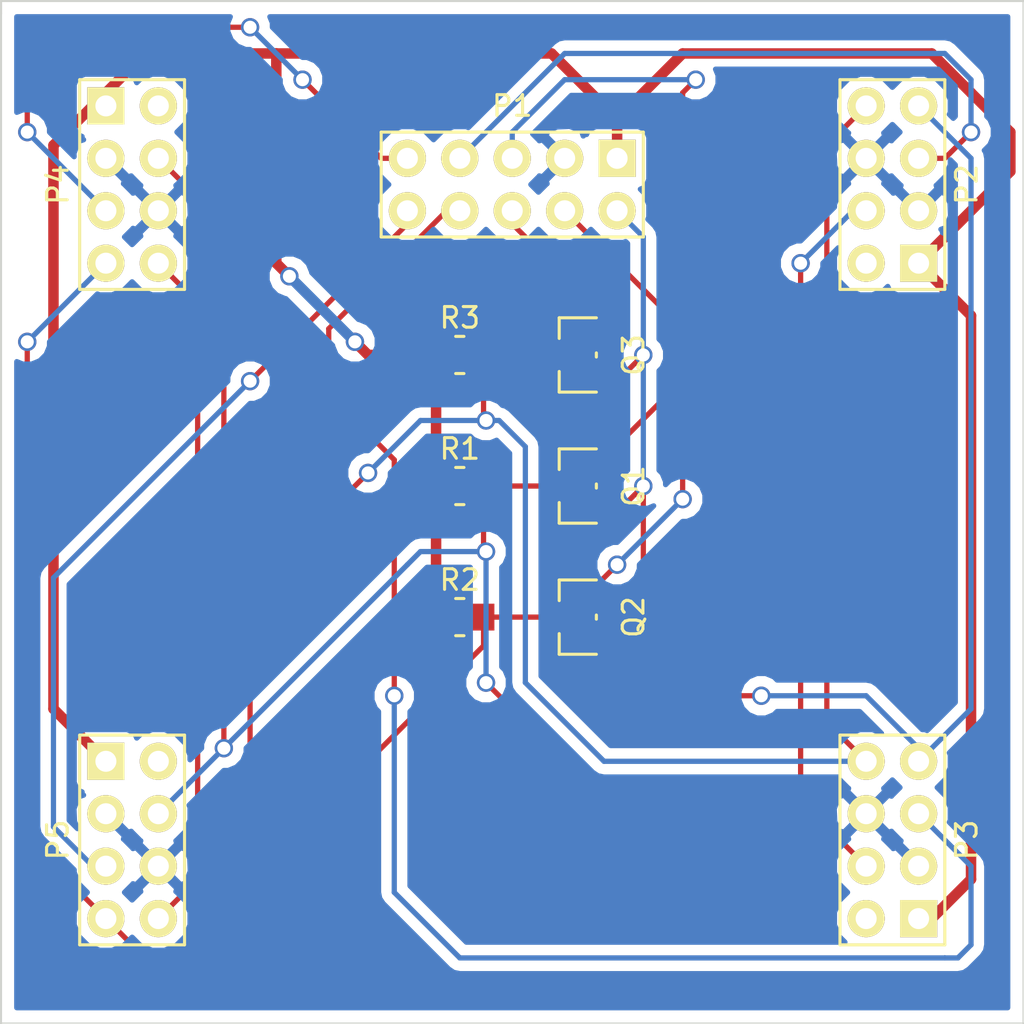
<source format=kicad_pcb>
(kicad_pcb (version 3) (host pcbnew "(22-Jun-2014 BZR 4027)-stable")

  (general
    (links 40)
    (no_connects 0)
    (area 0 0 0 0)
    (thickness 1.6)
    (drawings 5)
    (tracks 157)
    (zones 0)
    (modules 11)
    (nets 14)
  )

  (page A3)
  (layers
    (15 F.Cu signal)
    (0 B.Cu signal)
    (16 B.Adhes user)
    (17 F.Adhes user)
    (18 B.Paste user)
    (19 F.Paste user)
    (20 B.SilkS user)
    (21 F.SilkS user)
    (22 B.Mask user)
    (23 F.Mask user)
    (24 Dwgs.User user)
    (25 Cmts.User user)
    (26 Eco1.User user)
    (27 Eco2.User user)
    (28 Edge.Cuts user)
  )

  (setup
    (last_trace_width 0.254)
    (trace_clearance 0.254)
    (zone_clearance 0.508)
    (zone_45_only no)
    (trace_min 0.254)
    (segment_width 0.2)
    (edge_width 0.1)
    (via_size 0.889)
    (via_drill 0.635)
    (via_min_size 0.889)
    (via_min_drill 0.508)
    (uvia_size 0.508)
    (uvia_drill 0.127)
    (uvias_allowed no)
    (uvia_min_size 0.508)
    (uvia_min_drill 0.127)
    (pcb_text_width 0.3)
    (pcb_text_size 1.5 1.5)
    (mod_edge_width 0.15)
    (mod_text_size 1 1)
    (mod_text_width 0.15)
    (pad_size 1.8 1.8)
    (pad_drill 1.016)
    (pad_to_mask_clearance 0)
    (aux_axis_origin 0 0)
    (visible_elements FFFFFFBF)
    (pcbplotparams
      (layerselection 3178497)
      (usegerberextensions true)
      (excludeedgelayer true)
      (linewidth 0.150000)
      (plotframeref false)
      (viasonmask false)
      (mode 1)
      (useauxorigin false)
      (hpglpennumber 1)
      (hpglpenspeed 20)
      (hpglpendiameter 15)
      (hpglpenoverlay 2)
      (psnegative false)
      (psa4output false)
      (plotreference true)
      (plotvalue true)
      (plotothertext true)
      (plotinvisibletext false)
      (padsonsilk false)
      (subtractmaskfromsilk false)
      (outputformat 1)
      (mirror false)
      (drillshape 1)
      (scaleselection 1)
      (outputdirectory ""))
  )

  (net 0 "")
  (net 1 +3.3V)
  (net 2 +5V)
  (net 3 Clock)
  (net 4 GND)
  (net 5 Load)
  (net 6 N-0000010)
  (net 7 N-0000011)
  (net 8 N-0000012)
  (net 9 N-000005)
  (net 10 N-000006)
  (net 11 N-000007)
  (net 12 N-000009)
  (net 13 NeoPixels)

  (net_class Default "This is the default net class."
    (clearance 0.254)
    (trace_width 0.254)
    (via_dia 0.889)
    (via_drill 0.635)
    (uvia_dia 0.508)
    (uvia_drill 0.127)
    (add_net "")
    (add_net +3.3V)
    (add_net Clock)
    (add_net GND)
    (add_net Load)
    (add_net N-0000010)
    (add_net N-0000011)
    (add_net N-0000012)
    (add_net N-000005)
    (add_net N-000006)
    (add_net N-000007)
    (add_net N-000009)
    (add_net NeoPixels)
  )

  (net_class 5V ""
    (clearance 0.508)
    (trace_width 0.508)
    (via_dia 0.889)
    (via_drill 0.635)
    (uvia_dia 0.508)
    (uvia_drill 0.127)
    (add_net +5V)
  )

  (module SOT-23 (layer F.Cu) (tedit 56C6F57B) (tstamp 57E234AD)
    (at 201.93 123.825 90)
    (path /57E229BF)
    (fp_text reference Q1 (at 0 2.7 90) (layer F.SilkS)
      (effects (font (size 1 1) (thickness 0.15)))
    )
    (fp_text value IRFML8244TRPBF (at 0 -2.5 90) (layer F.SilkS) hide
      (effects (font (size 1 1) (thickness 0.15)))
    )
    (fp_line (start -0.1 0.9) (end 0.1 0.9) (layer F.SilkS) (width 0.15))
    (fp_line (start 1.8 0.9) (end 1.8 -0.9) (layer F.SilkS) (width 0.15))
    (fp_line (start 1.8 -0.9) (end 0.8 -0.9) (layer F.SilkS) (width 0.15))
    (fp_line (start -1.8 0.9) (end -1.8 -0.9) (layer F.SilkS) (width 0.15))
    (fp_line (start -1.8 -0.9) (end -0.8 -0.9) (layer F.SilkS) (width 0.15))
    (pad 1 smd rect (at -0.95 0.885 90) (size 0.802 0.972)
      (layers F.Cu F.Paste F.Mask)
      (net 1 +3.3V)
    )
    (pad 2 smd rect (at 0.95 0.885 90) (size 0.802 0.972)
      (layers F.Cu F.Paste F.Mask)
      (net 10 N-000006)
    )
    (pad 3 smd rect (at 0 -0.885 90) (size 0.802 0.972)
      (layers F.Cu F.Paste F.Mask)
      (net 13 NeoPixels)
    )
  )

  (module SOT-23 (layer F.Cu) (tedit 56C6F57B) (tstamp 57E234B9)
    (at 201.93 130.175 90)
    (path /57E229D8)
    (fp_text reference Q2 (at 0 2.7 90) (layer F.SilkS)
      (effects (font (size 1 1) (thickness 0.15)))
    )
    (fp_text value IRFML8244TRPBF (at 0 -2.5 90) (layer F.SilkS) hide
      (effects (font (size 1 1) (thickness 0.15)))
    )
    (fp_line (start -0.1 0.9) (end 0.1 0.9) (layer F.SilkS) (width 0.15))
    (fp_line (start 1.8 0.9) (end 1.8 -0.9) (layer F.SilkS) (width 0.15))
    (fp_line (start 1.8 -0.9) (end 0.8 -0.9) (layer F.SilkS) (width 0.15))
    (fp_line (start -1.8 0.9) (end -1.8 -0.9) (layer F.SilkS) (width 0.15))
    (fp_line (start -1.8 -0.9) (end -0.8 -0.9) (layer F.SilkS) (width 0.15))
    (pad 1 smd rect (at -0.95 0.885 90) (size 0.802 0.972)
      (layers F.Cu F.Paste F.Mask)
      (net 1 +3.3V)
    )
    (pad 2 smd rect (at 0.95 0.885 90) (size 0.802 0.972)
      (layers F.Cu F.Paste F.Mask)
      (net 9 N-000005)
    )
    (pad 3 smd rect (at 0 -0.885 90) (size 0.802 0.972)
      (layers F.Cu F.Paste F.Mask)
      (net 5 Load)
    )
  )

  (module SOT-23 (layer F.Cu) (tedit 56C6F57B) (tstamp 57E234C5)
    (at 201.93 117.475 90)
    (path /57E22B1A)
    (fp_text reference Q3 (at 0 2.7 90) (layer F.SilkS)
      (effects (font (size 1 1) (thickness 0.15)))
    )
    (fp_text value IRFML8244TRPBF (at 0 -2.5 90) (layer F.SilkS) hide
      (effects (font (size 1 1) (thickness 0.15)))
    )
    (fp_line (start -0.1 0.9) (end 0.1 0.9) (layer F.SilkS) (width 0.15))
    (fp_line (start 1.8 0.9) (end 1.8 -0.9) (layer F.SilkS) (width 0.15))
    (fp_line (start 1.8 -0.9) (end 0.8 -0.9) (layer F.SilkS) (width 0.15))
    (fp_line (start -1.8 0.9) (end -1.8 -0.9) (layer F.SilkS) (width 0.15))
    (fp_line (start -1.8 -0.9) (end -0.8 -0.9) (layer F.SilkS) (width 0.15))
    (pad 1 smd rect (at -0.95 0.885 90) (size 0.802 0.972)
      (layers F.Cu F.Paste F.Mask)
      (net 1 +3.3V)
    )
    (pad 2 smd rect (at 0.95 0.885 90) (size 0.802 0.972)
      (layers F.Cu F.Paste F.Mask)
      (net 11 N-000007)
    )
    (pad 3 smd rect (at 0 -0.885 90) (size 0.802 0.972)
      (layers F.Cu F.Paste F.Mask)
      (net 3 Clock)
    )
  )

  (module Header_4x2 (layer F.Cu) (tedit 57E231C1) (tstamp 57E234E7)
    (at 217.17 109.22 90)
    (tags Header)
    (path /57E11ACB)
    (fp_text reference P2 (at 0 3.6 90) (layer F.SilkS)
      (effects (font (size 1 1) (thickness 0.15)))
    )
    (fp_text value "HEADER_(8_WAY)" (at 0 -3.5 90) (layer F.SilkS) hide
      (effects (font (size 1 1) (thickness 0.15)))
    )
    (fp_line (start -5.08 -2.54) (end 5.08 -2.54) (layer F.SilkS) (width 0.15))
    (fp_line (start 5.08 -2.54) (end 5.08 2.54) (layer F.SilkS) (width 0.15))
    (fp_line (start 5.08 2.54) (end -5.08 2.54) (layer F.SilkS) (width 0.15))
    (fp_line (start -5.08 2.54) (end -5.08 -2.54) (layer F.SilkS) (width 0.15))
    (pad 1 thru_hole rect (at -3.81 1.27 90) (size 1.8 1.8) (drill 1.016)
      (layers *.Cu *.Mask F.SilkS)
      (net 2 +5V)
    )
    (pad 2 thru_hole circle (at -3.81 -1.27 90) (size 1.8 1.8) (drill 1.016)
      (layers *.Cu *.Mask F.SilkS)
    )
    (pad 3 thru_hole circle (at -1.27 1.27 90) (size 1.8 1.8) (drill 1.016)
      (layers *.Cu *.Mask F.SilkS)
      (net 4 GND)
    )
    (pad 4 thru_hole circle (at -1.27 -1.27 90) (size 1.8 1.8) (drill 1.016)
      (layers *.Cu *.Mask F.SilkS)
      (net 13 NeoPixels)
    )
    (pad 5 thru_hole circle (at 1.27 1.27 90) (size 1.8 1.8) (drill 1.016)
      (layers *.Cu *.Mask F.SilkS)
      (net 6 N-0000010)
    )
    (pad 6 thru_hole circle (at 1.27 -1.27 90) (size 1.8 1.8) (drill 1.016)
      (layers *.Cu *.Mask F.SilkS)
      (net 4 GND)
    )
    (pad 7 thru_hole circle (at 3.81 1.27 90) (size 1.8 1.8) (drill 1.016)
      (layers *.Cu *.Mask F.SilkS)
      (net 5 Load)
    )
    (pad 8 thru_hole circle (at 3.81 -1.27 90) (size 1.8 1.8) (drill 1.016)
      (layers *.Cu *.Mask F.SilkS)
      (net 3 Clock)
    )
    (model pin_array/pins_array_4x2.wrl
      (at (xyz 0 0 0))
      (scale (xyz 1 1 1))
      (rotate (xyz 0 0 0))
    )
  )

  (module Header_4x2 (layer F.Cu) (tedit 57E231C1) (tstamp 57E23DF0)
    (at 217.17 140.97 90)
    (tags Header)
    (path /57E11AE4)
    (fp_text reference P3 (at 0 3.6 90) (layer F.SilkS)
      (effects (font (size 1 1) (thickness 0.15)))
    )
    (fp_text value "HEADER_(8_WAY)" (at 0 -3.5 90) (layer F.SilkS) hide
      (effects (font (size 1 1) (thickness 0.15)))
    )
    (fp_line (start -5.08 -2.54) (end 5.08 -2.54) (layer F.SilkS) (width 0.15))
    (fp_line (start 5.08 -2.54) (end 5.08 2.54) (layer F.SilkS) (width 0.15))
    (fp_line (start 5.08 2.54) (end -5.08 2.54) (layer F.SilkS) (width 0.15))
    (fp_line (start -5.08 2.54) (end -5.08 -2.54) (layer F.SilkS) (width 0.15))
    (pad 1 thru_hole rect (at -3.81 1.27 90) (size 1.8 1.8) (drill 1.016)
      (layers *.Cu *.Mask F.SilkS)
      (net 2 +5V)
    )
    (pad 2 thru_hole circle (at -3.81 -1.27 90) (size 1.8 1.8) (drill 1.016)
      (layers *.Cu *.Mask F.SilkS)
    )
    (pad 3 thru_hole circle (at -1.27 1.27 90) (size 1.8 1.8) (drill 1.016)
      (layers *.Cu *.Mask F.SilkS)
      (net 4 GND)
    )
    (pad 4 thru_hole circle (at -1.27 -1.27 90) (size 1.8 1.8) (drill 1.016)
      (layers *.Cu *.Mask F.SilkS)
      (net 13 NeoPixels)
    )
    (pad 5 thru_hole circle (at 1.27 1.27 90) (size 1.8 1.8) (drill 1.016)
      (layers *.Cu *.Mask F.SilkS)
      (net 12 N-000009)
    )
    (pad 6 thru_hole circle (at 1.27 -1.27 90) (size 1.8 1.8) (drill 1.016)
      (layers *.Cu *.Mask F.SilkS)
      (net 4 GND)
    )
    (pad 7 thru_hole circle (at 3.81 1.27 90) (size 1.8 1.8) (drill 1.016)
      (layers *.Cu *.Mask F.SilkS)
      (net 5 Load)
    )
    (pad 8 thru_hole circle (at 3.81 -1.27 90) (size 1.8 1.8) (drill 1.016)
      (layers *.Cu *.Mask F.SilkS)
      (net 3 Clock)
    )
    (model pin_array/pins_array_4x2.wrl
      (at (xyz 0 0 0))
      (scale (xyz 1 1 1))
      (rotate (xyz 0 0 0))
    )
  )

  (module Header_4x2 (layer F.Cu) (tedit 57E231C1) (tstamp 57E23E01)
    (at 180.34 140.97 270)
    (tags Header)
    (path /57E11AFD)
    (fp_text reference P5 (at 0 3.6 270) (layer F.SilkS)
      (effects (font (size 1 1) (thickness 0.15)))
    )
    (fp_text value "HEADER_(8_WAY)" (at 0 -3.5 270) (layer F.SilkS) hide
      (effects (font (size 1 1) (thickness 0.15)))
    )
    (fp_line (start -5.08 -2.54) (end 5.08 -2.54) (layer F.SilkS) (width 0.15))
    (fp_line (start 5.08 -2.54) (end 5.08 2.54) (layer F.SilkS) (width 0.15))
    (fp_line (start 5.08 2.54) (end -5.08 2.54) (layer F.SilkS) (width 0.15))
    (fp_line (start -5.08 2.54) (end -5.08 -2.54) (layer F.SilkS) (width 0.15))
    (pad 1 thru_hole rect (at -3.81 1.27 270) (size 1.8 1.8) (drill 1.016)
      (layers *.Cu *.Mask F.SilkS)
      (net 2 +5V)
    )
    (pad 2 thru_hole circle (at -3.81 -1.27 270) (size 1.8 1.8) (drill 1.016)
      (layers *.Cu *.Mask F.SilkS)
    )
    (pad 3 thru_hole circle (at -1.27 1.27 270) (size 1.8 1.8) (drill 1.016)
      (layers *.Cu *.Mask F.SilkS)
      (net 4 GND)
    )
    (pad 4 thru_hole circle (at -1.27 -1.27 270) (size 1.8 1.8) (drill 1.016)
      (layers *.Cu *.Mask F.SilkS)
      (net 13 NeoPixels)
    )
    (pad 5 thru_hole circle (at 1.27 1.27 270) (size 1.8 1.8) (drill 1.016)
      (layers *.Cu *.Mask F.SilkS)
      (net 8 N-0000012)
    )
    (pad 6 thru_hole circle (at 1.27 -1.27 270) (size 1.8 1.8) (drill 1.016)
      (layers *.Cu *.Mask F.SilkS)
      (net 4 GND)
    )
    (pad 7 thru_hole circle (at 3.81 1.27 270) (size 1.8 1.8) (drill 1.016)
      (layers *.Cu *.Mask F.SilkS)
      (net 5 Load)
    )
    (pad 8 thru_hole circle (at 3.81 -1.27 270) (size 1.8 1.8) (drill 1.016)
      (layers *.Cu *.Mask F.SilkS)
      (net 3 Clock)
    )
    (model pin_array/pins_array_4x2.wrl
      (at (xyz 0 0 0))
      (scale (xyz 1 1 1))
      (rotate (xyz 0 0 0))
    )
  )

  (module Header_4x2 (layer F.Cu) (tedit 57E231C1) (tstamp 57E23517)
    (at 180.34 109.22 270)
    (tags Header)
    (path /57E11B16)
    (fp_text reference P4 (at 0 3.6 270) (layer F.SilkS)
      (effects (font (size 1 1) (thickness 0.15)))
    )
    (fp_text value "HEADER_(8_WAY)" (at 0 -3.5 270) (layer F.SilkS) hide
      (effects (font (size 1 1) (thickness 0.15)))
    )
    (fp_line (start -5.08 -2.54) (end 5.08 -2.54) (layer F.SilkS) (width 0.15))
    (fp_line (start 5.08 -2.54) (end 5.08 2.54) (layer F.SilkS) (width 0.15))
    (fp_line (start 5.08 2.54) (end -5.08 2.54) (layer F.SilkS) (width 0.15))
    (fp_line (start -5.08 2.54) (end -5.08 -2.54) (layer F.SilkS) (width 0.15))
    (pad 1 thru_hole rect (at -3.81 1.27 270) (size 1.8 1.8) (drill 1.016)
      (layers *.Cu *.Mask F.SilkS)
      (net 2 +5V)
    )
    (pad 2 thru_hole circle (at -3.81 -1.27 270) (size 1.8 1.8) (drill 1.016)
      (layers *.Cu *.Mask F.SilkS)
    )
    (pad 3 thru_hole circle (at -1.27 1.27 270) (size 1.8 1.8) (drill 1.016)
      (layers *.Cu *.Mask F.SilkS)
      (net 4 GND)
    )
    (pad 4 thru_hole circle (at -1.27 -1.27 270) (size 1.8 1.8) (drill 1.016)
      (layers *.Cu *.Mask F.SilkS)
      (net 13 NeoPixels)
    )
    (pad 5 thru_hole circle (at 1.27 1.27 270) (size 1.8 1.8) (drill 1.016)
      (layers *.Cu *.Mask F.SilkS)
      (net 7 N-0000011)
    )
    (pad 6 thru_hole circle (at 1.27 -1.27 270) (size 1.8 1.8) (drill 1.016)
      (layers *.Cu *.Mask F.SilkS)
      (net 4 GND)
    )
    (pad 7 thru_hole circle (at 3.81 1.27 270) (size 1.8 1.8) (drill 1.016)
      (layers *.Cu *.Mask F.SilkS)
      (net 5 Load)
    )
    (pad 8 thru_hole circle (at 3.81 -1.27 270) (size 1.8 1.8) (drill 1.016)
      (layers *.Cu *.Mask F.SilkS)
      (net 3 Clock)
    )
    (model pin_array/pins_array_4x2.wrl
      (at (xyz 0 0 0))
      (scale (xyz 1 1 1))
      (rotate (xyz 0 0 0))
    )
  )

  (module 0805 (layer F.Cu) (tedit 56C6F466) (tstamp 57E238D0)
    (at 196.215 123.825 180)
    (path /57E22CAB)
    (attr smd)
    (fp_text reference R1 (at 0 1.8 180) (layer F.SilkS)
      (effects (font (size 1 1) (thickness 0.15)))
    )
    (fp_text value GENERIC_RESISTOR (at 0 -1.8 180) (layer F.SilkS) hide
      (effects (font (size 1 1) (thickness 0.15)))
    )
    (fp_line (start -0.2 0.9) (end 0.2 0.9) (layer F.SilkS) (width 0.15))
    (fp_line (start -0.2 -0.9) (end 0.2 -0.9) (layer F.SilkS) (width 0.15))
    (pad 1 smd rect (at -1.15 0 180) (size 1.05 1.3)
      (layers F.Cu F.Paste F.Mask)
      (net 13 NeoPixels)
    )
    (pad 2 smd rect (at 1.15 0 180) (size 1 1.3)
      (layers F.Cu F.Paste F.Mask)
      (net 2 +5V)
    )
    (model smd/chip_cms.wrl
      (at (xyz 0 0 0))
      (scale (xyz 0.1 0.1 0.1))
      (rotate (xyz 0 0 0))
    )
  )

  (module 0805 (layer F.Cu) (tedit 56C6F466) (tstamp 57E23527)
    (at 196.215 130.175 180)
    (path /57E22D04)
    (attr smd)
    (fp_text reference R2 (at 0 1.8 180) (layer F.SilkS)
      (effects (font (size 1 1) (thickness 0.15)))
    )
    (fp_text value GENERIC_RESISTOR (at 0 -1.8 180) (layer F.SilkS) hide
      (effects (font (size 1 1) (thickness 0.15)))
    )
    (fp_line (start -0.2 0.9) (end 0.2 0.9) (layer F.SilkS) (width 0.15))
    (fp_line (start -0.2 -0.9) (end 0.2 -0.9) (layer F.SilkS) (width 0.15))
    (pad 1 smd rect (at -1.15 0 180) (size 1.05 1.3)
      (layers F.Cu F.Paste F.Mask)
      (net 5 Load)
    )
    (pad 2 smd rect (at 1.15 0 180) (size 1 1.3)
      (layers F.Cu F.Paste F.Mask)
      (net 2 +5V)
    )
    (model smd/chip_cms.wrl
      (at (xyz 0 0 0))
      (scale (xyz 0.1 0.1 0.1))
      (rotate (xyz 0 0 0))
    )
  )

  (module 0805 (layer F.Cu) (tedit 56C6F466) (tstamp 57E238D9)
    (at 196.215 117.475 180)
    (path /57E22D0C)
    (attr smd)
    (fp_text reference R3 (at 0 1.8 180) (layer F.SilkS)
      (effects (font (size 1 1) (thickness 0.15)))
    )
    (fp_text value GENERIC_RESISTOR (at 0 -1.8 180) (layer F.SilkS) hide
      (effects (font (size 1 1) (thickness 0.15)))
    )
    (fp_line (start -0.2 0.9) (end 0.2 0.9) (layer F.SilkS) (width 0.15))
    (fp_line (start -0.2 -0.9) (end 0.2 -0.9) (layer F.SilkS) (width 0.15))
    (pad 1 smd rect (at -1.15 0 180) (size 1.05 1.3)
      (layers F.Cu F.Paste F.Mask)
      (net 3 Clock)
    )
    (pad 2 smd rect (at 1.15 0 180) (size 1 1.3)
      (layers F.Cu F.Paste F.Mask)
      (net 2 +5V)
    )
    (model smd/chip_cms.wrl
      (at (xyz 0 0 0))
      (scale (xyz 0.1 0.1 0.1))
      (rotate (xyz 0 0 0))
    )
  )

  (module Header_5x2 (layer F.Cu) (tedit 57E23271) (tstamp 57E2358A)
    (at 200.025 109.22 180)
    (tags Header)
    (path /57E12194)
    (fp_text reference P1 (at 1.27 3.81 180) (layer F.SilkS)
      (effects (font (size 1 1) (thickness 0.15)))
    )
    (fp_text value HEADER_5X2 (at 1.27 -3.81 180) (layer F.SilkS) hide
      (effects (font (size 1 1) (thickness 0.15)))
    )
    (fp_line (start -5.08 2.54) (end 7.62 2.54) (layer F.SilkS) (width 0.15))
    (fp_line (start -5.08 -2.54) (end 7.62 -2.54) (layer F.SilkS) (width 0.15))
    (fp_line (start 7.62 -2.54) (end 7.62 2.54) (layer F.SilkS) (width 0.15))
    (fp_line (start -5.08 2.54) (end -5.08 -2.54) (layer F.SilkS) (width 0.15))
    (pad 1 thru_hole rect (at -3.81 1.27 180) (size 1.8 1.8) (drill 1.016)
      (layers *.Cu *.Mask F.SilkS)
      (net 2 +5V)
    )
    (pad 2 thru_hole circle (at -3.81 -1.27 180) (size 1.8 1.8) (drill 1.016)
      (layers *.Cu *.Mask F.SilkS)
      (net 1 +3.3V)
    )
    (pad 3 thru_hole circle (at -1.27 1.27 180) (size 1.8 1.8) (drill 1.016)
      (layers *.Cu *.Mask F.SilkS)
      (net 4 GND)
    )
    (pad 4 thru_hole circle (at -1.27 -1.27 180) (size 1.8 1.8) (drill 1.016)
      (layers *.Cu *.Mask F.SilkS)
      (net 10 N-000006)
    )
    (pad 5 thru_hole circle (at 1.27 1.27 180) (size 1.8 1.8) (drill 1.016)
      (layers *.Cu *.Mask F.SilkS)
      (net 9 N-000005)
    )
    (pad 6 thru_hole circle (at 1.27 -1.27 180) (size 1.8 1.8) (drill 1.016)
      (layers *.Cu *.Mask F.SilkS)
      (net 11 N-000007)
    )
    (pad 7 thru_hole circle (at 3.81 1.27 180) (size 1.8 1.8) (drill 1.016)
      (layers *.Cu *.Mask F.SilkS)
      (net 6 N-0000010)
    )
    (pad 8 thru_hole circle (at 3.81 -1.27 180) (size 1.8 1.8) (drill 1.016)
      (layers *.Cu *.Mask F.SilkS)
      (net 12 N-000009)
    )
    (pad 9 thru_hole circle (at 6.35 1.27 180) (size 1.8 1.8) (drill 1.016)
      (layers *.Cu *.Mask F.SilkS)
      (net 7 N-0000011)
    )
    (pad 10 thru_hole circle (at 6.35 -1.27 180) (size 1.8 1.8) (drill 1.016)
      (layers *.Cu *.Mask F.SilkS)
      (net 8 N-0000012)
    )
    (model pin_array/pins_array_4x2.wrl
      (at (xyz 0 0 0))
      (scale (xyz 1 1 1))
      (rotate (xyz 0 0 0))
    )
  )

  (gr_line (start 173.99 100.33) (end 173.99 100.965) (angle 90) (layer Edge.Cuts) (width 0.1))
  (gr_line (start 173.99 149.86) (end 173.99 100.33) (angle 90) (layer Edge.Cuts) (width 0.1))
  (gr_line (start 223.52 149.86) (end 173.99 149.86) (angle 90) (layer Edge.Cuts) (width 0.1))
  (gr_line (start 223.52 100.33) (end 223.52 149.86) (angle 90) (layer Edge.Cuts) (width 0.1))
  (gr_line (start 173.99 100.33) (end 223.52 100.33) (angle 90) (layer Edge.Cuts) (width 0.1))

  (segment (start 202.815 131.125) (end 204.155 131.125) (width 0.254) (layer F.Cu) (net 1))
  (segment (start 205.105 130.175) (end 205.105 123.825) (width 0.254) (layer F.Cu) (net 1) (tstamp 57E24445))
  (segment (start 204.155 131.125) (end 205.105 130.175) (width 0.254) (layer F.Cu) (net 1) (tstamp 57E24442))
  (segment (start 205.105 117.475) (end 205.105 123.825) (width 0.254) (layer B.Cu) (net 1))
  (segment (start 204.155 124.775) (end 202.815 124.775) (width 0.254) (layer F.Cu) (net 1) (tstamp 57E24319))
  (segment (start 205.105 123.825) (end 204.155 124.775) (width 0.254) (layer F.Cu) (net 1) (tstamp 57E24318))
  (via (at 205.105 123.825) (size 0.889) (layers F.Cu B.Cu) (net 1))
  (segment (start 203.835 110.49) (end 205.105 111.76) (width 0.254) (layer B.Cu) (net 1))
  (segment (start 204.155 118.425) (end 202.815 118.425) (width 0.254) (layer F.Cu) (net 1) (tstamp 57E2430A))
  (segment (start 205.105 117.475) (end 204.155 118.425) (width 0.254) (layer F.Cu) (net 1) (tstamp 57E24309))
  (via (at 205.105 117.475) (size 0.889) (layers F.Cu B.Cu) (net 1))
  (segment (start 205.105 111.76) (end 205.105 117.475) (width 0.254) (layer B.Cu) (net 1) (tstamp 57E24303))
  (segment (start 218.44 144.78) (end 219.075 144.78) (width 0.508) (layer F.Cu) (net 2))
  (segment (start 220.98 115.57) (end 218.44 113.03) (width 0.508) (layer F.Cu) (net 2) (tstamp 57E24344))
  (segment (start 220.98 142.875) (end 220.98 115.57) (width 0.508) (layer F.Cu) (net 2) (tstamp 57E24342))
  (segment (start 219.075 144.78) (end 220.98 142.875) (width 0.508) (layer F.Cu) (net 2) (tstamp 57E24340))
  (segment (start 203.835 107.95) (end 203.835 106.045) (width 0.508) (layer F.Cu) (net 2))
  (segment (start 203.835 106.045) (end 207.01 102.87) (width 0.508) (layer F.Cu) (net 2) (tstamp 57E24327))
  (segment (start 222.885 108.585) (end 218.44 113.03) (width 0.508) (layer F.Cu) (net 2) (tstamp 57E24339))
  (segment (start 222.885 106.68) (end 222.885 108.585) (width 0.508) (layer F.Cu) (net 2) (tstamp 57E24337))
  (segment (start 220.98 104.775) (end 222.885 106.68) (width 0.508) (layer F.Cu) (net 2) (tstamp 57E24336))
  (segment (start 219.075 102.87) (end 220.98 104.775) (width 0.508) (layer F.Cu) (net 2) (tstamp 57E2432D))
  (segment (start 207.01 102.87) (end 219.075 102.87) (width 0.508) (layer F.Cu) (net 2) (tstamp 57E2432B))
  (segment (start 195.065 117.475) (end 191.77 117.475) (width 0.508) (layer F.Cu) (net 2))
  (segment (start 187.325 113.03) (end 187.325 102.87) (width 0.508) (layer F.Cu) (net 2) (tstamp 57E242C8))
  (segment (start 187.96 113.665) (end 187.325 113.03) (width 0.508) (layer F.Cu) (net 2) (tstamp 57E242C7))
  (via (at 187.96 113.665) (size 0.889) (layers F.Cu B.Cu) (net 2))
  (segment (start 191.135 116.84) (end 187.96 113.665) (width 0.508) (layer B.Cu) (net 2) (tstamp 57E242C0))
  (via (at 191.135 116.84) (size 0.889) (layers F.Cu B.Cu) (net 2))
  (segment (start 191.77 117.475) (end 191.135 116.84) (width 0.508) (layer F.Cu) (net 2) (tstamp 57E242BC))
  (segment (start 179.07 105.41) (end 179.07 104.775) (width 0.508) (layer F.Cu) (net 2))
  (segment (start 179.07 104.775) (end 180.975 102.87) (width 0.508) (layer F.Cu) (net 2) (tstamp 57E241A2))
  (segment (start 180.975 102.87) (end 187.325 102.87) (width 0.508) (layer F.Cu) (net 2) (tstamp 57E241A4))
  (segment (start 187.325 102.87) (end 200.66 102.87) (width 0.508) (layer F.Cu) (net 2) (tstamp 57E242CD))
  (segment (start 200.66 102.87) (end 203.835 106.045) (width 0.508) (layer F.Cu) (net 2) (tstamp 57E241A5))
  (segment (start 179.07 105.41) (end 178.435 105.41) (width 0.508) (layer F.Cu) (net 2))
  (segment (start 176.53 134.62) (end 179.07 137.16) (width 0.508) (layer F.Cu) (net 2) (tstamp 57E24164))
  (segment (start 176.53 107.315) (end 176.53 134.62) (width 0.508) (layer F.Cu) (net 2) (tstamp 57E24161))
  (segment (start 178.435 105.41) (end 176.53 107.315) (width 0.508) (layer F.Cu) (net 2) (tstamp 57E2415E))
  (segment (start 195.065 123.825) (end 195.065 117.475) (width 0.508) (layer F.Cu) (net 2))
  (segment (start 195.065 130.175) (end 195.065 123.825) (width 0.508) (layer F.Cu) (net 2))
  (segment (start 197.485 120.65) (end 198.12 120.65) (width 0.254) (layer B.Cu) (net 3))
  (segment (start 203.2 137.16) (end 215.9 137.16) (width 0.254) (layer B.Cu) (net 3) (tstamp 57E24544))
  (segment (start 199.39 133.35) (end 203.2 137.16) (width 0.254) (layer B.Cu) (net 3) (tstamp 57E24541))
  (segment (start 199.39 121.92) (end 199.39 133.35) (width 0.254) (layer B.Cu) (net 3) (tstamp 57E24536))
  (segment (start 198.12 120.65) (end 199.39 121.92) (width 0.254) (layer B.Cu) (net 3) (tstamp 57E24533))
  (segment (start 215.9 137.16) (end 213.995 135.255) (width 0.254) (layer F.Cu) (net 3))
  (segment (start 213.995 135.255) (end 213.995 107.315) (width 0.254) (layer F.Cu) (net 3) (tstamp 57E24363))
  (segment (start 213.995 107.315) (end 215.9 105.41) (width 0.254) (layer F.Cu) (net 3) (tstamp 57E24366))
  (segment (start 183.515 142.875) (end 186.055 140.335) (width 0.254) (layer F.Cu) (net 3))
  (segment (start 197.365 120.53) (end 197.365 117.475) (width 0.254) (layer F.Cu) (net 3) (tstamp 57E24263))
  (segment (start 197.485 120.65) (end 197.365 120.53) (width 0.254) (layer F.Cu) (net 3) (tstamp 57E24262))
  (via (at 197.485 120.65) (size 0.889) (layers F.Cu B.Cu) (net 3))
  (segment (start 194.31 120.65) (end 197.485 120.65) (width 0.254) (layer B.Cu) (net 3) (tstamp 57E2425F))
  (segment (start 191.77 123.19) (end 194.31 120.65) (width 0.254) (layer B.Cu) (net 3) (tstamp 57E2425E))
  (via (at 191.77 123.19) (size 0.889) (layers F.Cu B.Cu) (net 3))
  (segment (start 186.055 128.905) (end 191.77 123.19) (width 0.254) (layer F.Cu) (net 3) (tstamp 57E2424E))
  (segment (start 186.055 140.335) (end 186.055 128.905) (width 0.254) (layer F.Cu) (net 3) (tstamp 57E2424A))
  (segment (start 181.61 144.78) (end 183.515 142.875) (width 0.254) (layer F.Cu) (net 3))
  (segment (start 183.515 114.935) (end 181.61 113.03) (width 0.254) (layer F.Cu) (net 3) (tstamp 57E24132))
  (segment (start 183.515 142.875) (end 183.515 114.935) (width 0.254) (layer F.Cu) (net 3) (tstamp 57E2412F))
  (segment (start 197.365 117.475) (end 201.045 117.475) (width 0.254) (layer F.Cu) (net 3))
  (segment (start 201.045 130.175) (end 201.045 133.1) (width 0.254) (layer F.Cu) (net 5))
  (segment (start 218.44 136.525) (end 218.44 137.16) (width 0.254) (layer B.Cu) (net 5) (tstamp 57E24432))
  (segment (start 215.9 133.985) (end 218.44 136.525) (width 0.254) (layer B.Cu) (net 5) (tstamp 57E24431))
  (segment (start 210.82 133.985) (end 215.9 133.985) (width 0.254) (layer B.Cu) (net 5) (tstamp 57E24430))
  (via (at 210.82 133.985) (size 0.889) (layers F.Cu B.Cu) (net 5))
  (segment (start 201.93 133.985) (end 210.82 133.985) (width 0.254) (layer F.Cu) (net 5) (tstamp 57E24429))
  (segment (start 201.045 133.1) (end 201.93 133.985) (width 0.254) (layer F.Cu) (net 5) (tstamp 57E24426))
  (segment (start 218.44 105.41) (end 220.98 107.95) (width 0.254) (layer B.Cu) (net 5))
  (segment (start 220.98 107.95) (end 220.98 134.62) (width 0.254) (layer B.Cu) (net 5) (tstamp 57E243E5))
  (segment (start 220.98 134.62) (end 218.44 137.16) (width 0.254) (layer B.Cu) (net 5) (tstamp 57E243E6))
  (segment (start 179.07 144.78) (end 180.975 146.685) (width 0.254) (layer F.Cu) (net 5))
  (segment (start 197.365 131.565) (end 197.365 130.175) (width 0.254) (layer F.Cu) (net 5) (tstamp 57E2426D))
  (segment (start 182.245 146.685) (end 197.365 131.565) (width 0.254) (layer F.Cu) (net 5) (tstamp 57E2426B))
  (segment (start 180.975 146.685) (end 182.245 146.685) (width 0.254) (layer F.Cu) (net 5) (tstamp 57E24269))
  (segment (start 179.07 113.03) (end 175.26 116.84) (width 0.254) (layer B.Cu) (net 5))
  (segment (start 175.26 140.97) (end 179.07 144.78) (width 0.254) (layer F.Cu) (net 5) (tstamp 57E2417C))
  (segment (start 175.26 137.16) (end 175.26 140.97) (width 0.254) (layer F.Cu) (net 5) (tstamp 57E2417B))
  (segment (start 175.26 116.84) (end 175.26 137.16) (width 0.254) (layer F.Cu) (net 5) (tstamp 57E2417A))
  (via (at 175.26 116.84) (size 0.889) (layers F.Cu B.Cu) (net 5))
  (segment (start 197.365 130.175) (end 201.045 130.175) (width 0.254) (layer F.Cu) (net 5))
  (segment (start 218.44 107.95) (end 219.71 107.95) (width 0.254) (layer F.Cu) (net 6))
  (segment (start 201.295 102.87) (end 196.215 107.95) (width 0.254) (layer B.Cu) (net 6) (tstamp 57E2449B))
  (segment (start 219.71 102.87) (end 201.295 102.87) (width 0.254) (layer B.Cu) (net 6) (tstamp 57E24493))
  (segment (start 220.98 104.14) (end 219.71 102.87) (width 0.254) (layer B.Cu) (net 6) (tstamp 57E24492))
  (segment (start 220.98 106.68) (end 220.98 104.14) (width 0.254) (layer B.Cu) (net 6) (tstamp 57E24491))
  (via (at 220.98 106.68) (size 0.889) (layers F.Cu B.Cu) (net 6))
  (segment (start 219.71 107.95) (end 220.98 106.68) (width 0.254) (layer F.Cu) (net 6) (tstamp 57E24485))
  (segment (start 179.07 110.49) (end 175.26 106.68) (width 0.254) (layer B.Cu) (net 7))
  (segment (start 192.405 107.95) (end 193.675 107.95) (width 0.254) (layer F.Cu) (net 7) (tstamp 57E241CD))
  (segment (start 188.595 104.14) (end 192.405 107.95) (width 0.254) (layer F.Cu) (net 7) (tstamp 57E241CC))
  (via (at 188.595 104.14) (size 0.889) (layers F.Cu B.Cu) (net 7))
  (segment (start 186.055 101.6) (end 188.595 104.14) (width 0.254) (layer B.Cu) (net 7) (tstamp 57E241C9))
  (via (at 186.055 101.6) (size 0.889) (layers F.Cu B.Cu) (net 7))
  (segment (start 179.07 101.6) (end 186.055 101.6) (width 0.254) (layer F.Cu) (net 7) (tstamp 57E241BF))
  (segment (start 175.26 105.41) (end 179.07 101.6) (width 0.254) (layer F.Cu) (net 7) (tstamp 57E241BB))
  (segment (start 175.26 106.68) (end 175.26 105.41) (width 0.254) (layer F.Cu) (net 7) (tstamp 57E241BA))
  (via (at 175.26 106.68) (size 0.889) (layers F.Cu B.Cu) (net 7))
  (segment (start 179.07 142.24) (end 178.435 142.24) (width 0.254) (layer B.Cu) (net 8))
  (segment (start 193.675 111.125) (end 193.675 110.49) (width 0.254) (layer F.Cu) (net 8) (tstamp 57E241F9))
  (segment (start 186.055 118.745) (end 193.675 111.125) (width 0.254) (layer F.Cu) (net 8) (tstamp 57E241F8))
  (via (at 186.055 118.745) (size 0.889) (layers F.Cu B.Cu) (net 8))
  (segment (start 176.53 128.27) (end 186.055 118.745) (width 0.254) (layer B.Cu) (net 8) (tstamp 57E241F4))
  (segment (start 176.53 140.335) (end 176.53 128.27) (width 0.254) (layer B.Cu) (net 8) (tstamp 57E241E9))
  (segment (start 178.435 142.24) (end 176.53 140.335) (width 0.254) (layer B.Cu) (net 8) (tstamp 57E241E5))
  (segment (start 198.755 107.95) (end 198.755 106.68) (width 0.254) (layer B.Cu) (net 9))
  (segment (start 202.815 128.655) (end 202.815 129.225) (width 0.254) (layer F.Cu) (net 9) (tstamp 57E24517))
  (segment (start 203.835 127.635) (end 202.815 128.655) (width 0.254) (layer F.Cu) (net 9) (tstamp 57E24516))
  (via (at 203.835 127.635) (size 0.889) (layers F.Cu B.Cu) (net 9))
  (segment (start 207.01 124.46) (end 203.835 127.635) (width 0.254) (layer B.Cu) (net 9) (tstamp 57E24513))
  (via (at 207.01 124.46) (size 0.889) (layers F.Cu B.Cu) (net 9))
  (segment (start 207.01 104.775) (end 207.01 124.46) (width 0.254) (layer F.Cu) (net 9) (tstamp 57E24509))
  (segment (start 207.645 104.14) (end 207.01 104.775) (width 0.254) (layer F.Cu) (net 9) (tstamp 57E24508))
  (via (at 207.645 104.14) (size 0.889) (layers F.Cu B.Cu) (net 9))
  (segment (start 201.295 104.14) (end 207.645 104.14) (width 0.254) (layer B.Cu) (net 9) (tstamp 57E24504))
  (segment (start 198.755 106.68) (end 201.295 104.14) (width 0.254) (layer B.Cu) (net 9) (tstamp 57E24500))
  (segment (start 201.295 110.49) (end 206.375 115.57) (width 0.254) (layer F.Cu) (net 10))
  (segment (start 206.375 119.315) (end 202.815 122.875) (width 0.254) (layer F.Cu) (net 10) (tstamp 57E242F6))
  (segment (start 206.375 115.57) (end 206.375 119.315) (width 0.254) (layer F.Cu) (net 10) (tstamp 57E242E6))
  (segment (start 198.755 110.49) (end 198.755 111.125) (width 0.254) (layer F.Cu) (net 11))
  (segment (start 202.815 115.185) (end 202.815 116.525) (width 0.254) (layer F.Cu) (net 11) (tstamp 57E242D9))
  (segment (start 198.755 111.125) (end 202.815 115.185) (width 0.254) (layer F.Cu) (net 11) (tstamp 57E242D8))
  (segment (start 196.215 110.49) (end 195.58 110.49) (width 0.254) (layer F.Cu) (net 12))
  (segment (start 195.58 110.49) (end 189.865 116.205) (width 0.254) (layer F.Cu) (net 12) (tstamp 57E244C8))
  (segment (start 189.865 116.205) (end 189.865 119.38) (width 0.254) (layer F.Cu) (net 12) (tstamp 57E244CA))
  (segment (start 189.865 119.38) (end 193.04 122.555) (width 0.254) (layer F.Cu) (net 12) (tstamp 57E244CD))
  (segment (start 193.04 122.555) (end 193.04 133.985) (width 0.254) (layer F.Cu) (net 12) (tstamp 57E244CF))
  (via (at 193.04 133.985) (size 0.889) (layers F.Cu B.Cu) (net 12))
  (segment (start 193.04 133.985) (end 193.04 143.51) (width 0.254) (layer B.Cu) (net 12) (tstamp 57E244D3))
  (segment (start 193.04 143.51) (end 196.215 146.685) (width 0.254) (layer B.Cu) (net 12) (tstamp 57E244D4))
  (segment (start 196.215 146.685) (end 219.71 146.685) (width 0.254) (layer B.Cu) (net 12) (tstamp 57E244DD))
  (segment (start 219.71 146.685) (end 219.71 146.685) (width 0.254) (layer B.Cu) (net 12) (tstamp 57E244E0))
  (segment (start 219.71 146.685) (end 220.345 146.685) (width 0.254) (layer B.Cu) (net 12) (tstamp 57E244E2))
  (segment (start 220.345 146.685) (end 220.98 146.05) (width 0.254) (layer B.Cu) (net 12) (tstamp 57E244E4))
  (segment (start 220.98 146.05) (end 220.98 142.24) (width 0.254) (layer B.Cu) (net 12) (tstamp 57E244E6))
  (segment (start 220.98 142.24) (end 218.44 139.7) (width 0.254) (layer B.Cu) (net 12) (tstamp 57E244E9))
  (segment (start 197.485 127) (end 197.485 133.35) (width 0.254) (layer B.Cu) (net 13))
  (segment (start 203.2 139.065) (end 212.725 139.065) (width 0.254) (layer F.Cu) (net 13) (tstamp 57E2440E))
  (segment (start 197.485 133.35) (end 203.2 139.065) (width 0.254) (layer F.Cu) (net 13) (tstamp 57E2440D))
  (via (at 197.485 133.35) (size 0.889) (layers F.Cu B.Cu) (net 13))
  (segment (start 215.9 142.24) (end 212.725 139.065) (width 0.254) (layer F.Cu) (net 13))
  (segment (start 215.265 110.49) (end 215.9 110.49) (width 0.254) (layer B.Cu) (net 13) (tstamp 57E24397))
  (segment (start 212.725 139.065) (end 212.725 113.03) (width 0.254) (layer F.Cu) (net 13) (tstamp 57E2438C))
  (via (at 212.725 113.03) (size 0.889) (layers F.Cu B.Cu) (net 13))
  (segment (start 212.725 113.03) (end 215.265 110.49) (width 0.254) (layer B.Cu) (net 13) (tstamp 57E24396))
  (segment (start 184.785 136.525) (end 193.675 127.635) (width 0.254) (layer B.Cu) (net 13))
  (segment (start 197.365 126.88) (end 197.365 123.825) (width 0.254) (layer F.Cu) (net 13) (tstamp 57E24294))
  (segment (start 197.485 127) (end 197.365 126.88) (width 0.254) (layer F.Cu) (net 13) (tstamp 57E24293))
  (via (at 197.485 127) (size 0.889) (layers F.Cu B.Cu) (net 13))
  (segment (start 194.31 127) (end 197.485 127) (width 0.254) (layer B.Cu) (net 13) (tstamp 57E2428D))
  (segment (start 193.675 127.635) (end 194.31 127) (width 0.254) (layer B.Cu) (net 13) (tstamp 57E2428A))
  (segment (start 181.61 139.7) (end 184.785 136.525) (width 0.254) (layer B.Cu) (net 13))
  (segment (start 184.785 111.125) (end 181.61 107.95) (width 0.254) (layer F.Cu) (net 13) (tstamp 57E24149))
  (segment (start 184.785 136.525) (end 184.785 111.125) (width 0.254) (layer F.Cu) (net 13) (tstamp 57E24148))
  (via (at 184.785 136.525) (size 0.889) (layers F.Cu B.Cu) (net 13))
  (segment (start 197.365 123.825) (end 201.045 123.825) (width 0.254) (layer F.Cu) (net 13))

  (zone (net 4) (net_name GND) (layer B.Cu) (tstamp 57E2458B) (hatch edge 0.508)
    (connect_pads (clearance 0.508))
    (min_thickness 0.254)
    (fill (arc_segments 16) (thermal_gap 0.508) (thermal_bridge_width 0.508))
    (polygon
      (pts
        (xy 174.625 100.965) (xy 222.885 100.965) (xy 222.885 149.225) (xy 174.625 149.225)
      )
    )
    (filled_polygon
      (pts
        (xy 222.758 149.098) (xy 222.059687 149.098) (xy 222.059687 106.466216) (xy 221.895689 106.069311) (xy 221.742 105.915353)
        (xy 221.742 104.14) (xy 221.683996 103.848395) (xy 221.518815 103.601185) (xy 221.518815 103.601184) (xy 220.248815 102.331185)
        (xy 220.001605 102.166004) (xy 219.71 102.108) (xy 201.295 102.108) (xy 201.003395 102.166004) (xy 200.756184 102.331185)
        (xy 196.627965 106.459404) (xy 196.52167 106.415267) (xy 195.911009 106.414735) (xy 195.346629 106.647932) (xy 194.944677 107.049181)
        (xy 194.545643 106.649449) (xy 193.98167 106.415267) (xy 193.371009 106.414735) (xy 192.806629 106.647932) (xy 192.374449 107.079357)
        (xy 192.140267 107.64333) (xy 192.139735 108.253991) (xy 192.372932 108.818371) (xy 192.774181 109.220322) (xy 192.374449 109.619357)
        (xy 192.140267 110.18333) (xy 192.139735 110.793991) (xy 192.372932 111.358371) (xy 192.804357 111.790551) (xy 193.36833 112.024733)
        (xy 193.978991 112.025265) (xy 194.543371 111.792068) (xy 194.945322 111.390818) (xy 195.344357 111.790551) (xy 195.90833 112.024733)
        (xy 196.518991 112.025265) (xy 197.083371 111.792068) (xy 197.485322 111.390818) (xy 197.884357 111.790551) (xy 198.44833 112.024733)
        (xy 199.058991 112.025265) (xy 199.623371 111.792068) (xy 200.025322 111.390818) (xy 200.424357 111.790551) (xy 200.98833 112.024733)
        (xy 201.598991 112.025265) (xy 202.163371 111.792068) (xy 202.565322 111.390818) (xy 202.964357 111.790551) (xy 203.52833 112.024733)
        (xy 204.138991 112.025265) (xy 204.247711 111.980342) (xy 204.343 112.07563) (xy 204.343 116.710358) (xy 204.190378 116.862714)
        (xy 204.025687 117.259332) (xy 204.025313 117.688784) (xy 204.189311 118.085689) (xy 204.343 118.239646) (xy 204.343 123.060358)
        (xy 204.190378 123.212714) (xy 204.025687 123.609332) (xy 204.025313 124.038784) (xy 204.189311 124.435689) (xy 204.492714 124.739622)
        (xy 204.889332 124.904313) (xy 205.318784 124.904687) (xy 205.60661 124.785759) (xy 203.836869 126.5555) (xy 203.621216 126.555313)
        (xy 203.224311 126.719311) (xy 202.920378 127.022714) (xy 202.755687 127.419332) (xy 202.755313 127.848784) (xy 202.919311 128.245689)
        (xy 203.222714 128.549622) (xy 203.619332 128.714313) (xy 204.048784 128.714687) (xy 204.445689 128.550689) (xy 204.749622 128.247286)
        (xy 204.914313 127.850668) (xy 204.914502 127.633127) (xy 207.00813 125.539499) (xy 207.223784 125.539687) (xy 207.620689 125.375689)
        (xy 207.924622 125.072286) (xy 208.089313 124.675668) (xy 208.089687 124.246216) (xy 207.925689 123.849311) (xy 207.622286 123.545378)
        (xy 207.225668 123.380687) (xy 206.796216 123.380313) (xy 206.399311 123.544311) (xy 206.184558 123.758688) (xy 206.184687 123.611216)
        (xy 206.020689 123.214311) (xy 205.867 123.060353) (xy 205.867 118.239641) (xy 206.019622 118.087286) (xy 206.184313 117.690668)
        (xy 206.184687 117.261216) (xy 206.020689 116.864311) (xy 205.867 116.710353) (xy 205.867 111.76) (xy 205.808996 111.468395)
        (xy 205.643815 111.221185) (xy 205.643815 111.221184) (xy 205.325595 110.902964) (xy 205.369733 110.79667) (xy 205.370265 110.186009)
        (xy 205.137068 109.621629) (xy 204.959895 109.444146) (xy 205.094229 109.388641) (xy 205.273013 109.210168) (xy 205.369889 108.976864)
        (xy 205.37011 108.724245) (xy 205.37011 106.924245) (xy 205.273641 106.690771) (xy 205.095168 106.511987) (xy 204.861864 106.415111)
        (xy 204.609245 106.41489) (xy 202.809245 106.41489) (xy 202.575771 106.511359) (xy 202.396987 106.689832) (xy 202.352293 106.797465)
        (xy 202.31011 106.755282) (xy 202.195553 106.869838) (xy 202.109147 106.613357) (xy 201.535663 106.403543) (xy 200.92554 106.429162)
        (xy 200.480853 106.613357) (xy 200.394446 106.869841) (xy 201.295 107.770395) (xy 201.309142 107.756252) (xy 201.488747 107.935857)
        (xy 201.474605 107.95) (xy 201.488747 107.964142) (xy 201.309142 108.143747) (xy 201.295 108.129605) (xy 200.394446 109.030159)
        (xy 200.445035 109.180326) (xy 200.426629 109.187932) (xy 200.024677 109.589181) (xy 199.655818 109.219677) (xy 200.055551 108.820643)
        (xy 200.064203 108.799805) (xy 200.214841 108.850554) (xy 201.115395 107.95) (xy 200.214841 107.049446) (xy 200.064673 107.100035)
        (xy 200.057068 107.081629) (xy 199.744308 106.768321) (xy 201.61063 104.902) (xy 206.880358 104.902) (xy 207.032714 105.054622)
        (xy 207.429332 105.219313) (xy 207.858784 105.219687) (xy 208.255689 105.055689) (xy 208.559622 104.752286) (xy 208.724313 104.355668)
        (xy 208.724687 103.926216) (xy 208.603119 103.632) (xy 219.394369 103.632) (xy 220.218 104.45563) (xy 220.218 105.915358)
        (xy 220.120409 106.012778) (xy 219.930595 105.822965) (xy 219.974733 105.71667) (xy 219.975265 105.106009) (xy 219.742068 104.541629)
        (xy 219.310643 104.109449) (xy 218.74667 103.875267) (xy 218.136009 103.874735) (xy 217.571629 104.107932) (xy 217.169677 104.509181)
        (xy 216.770643 104.109449) (xy 216.20667 103.875267) (xy 215.596009 103.874735) (xy 215.031629 104.107932) (xy 214.599449 104.539357)
        (xy 214.365267 105.10333) (xy 214.364735 105.713991) (xy 214.597932 106.278371) (xy 215.029357 106.710551) (xy 215.050194 106.719203)
        (xy 214.999446 106.869841) (xy 215.9 107.770395) (xy 216.800554 106.869841) (xy 216.749964 106.719673) (xy 216.768371 106.712068)
        (xy 217.170322 106.310818) (xy 217.539181 106.680322) (xy 217.139449 107.079357) (xy 217.130796 107.100194) (xy 216.980159 107.049446)
        (xy 216.079605 107.95) (xy 216.980159 108.850554) (xy 217.130326 108.799964) (xy 217.137932 108.818371) (xy 217.569357 109.250551)
        (xy 217.590194 109.259203) (xy 217.539446 109.409841) (xy 218.44 110.310395) (xy 219.340554 109.409841) (xy 219.289964 109.259673)
        (xy 219.308371 109.252068) (xy 219.740551 108.820643) (xy 219.974733 108.25667) (xy 219.974936 108.022567) (xy 220.218 108.26563)
        (xy 220.218 134.304369) (xy 219.986457 134.535912) (xy 219.986457 110.730663) (xy 219.960838 110.12054) (xy 219.776643 109.675853)
        (xy 219.520159 109.589446) (xy 218.619605 110.49) (xy 218.633747 110.504142) (xy 218.454142 110.683747) (xy 218.44 110.669605)
        (xy 218.425857 110.683747) (xy 218.246252 110.504142) (xy 218.260395 110.49) (xy 217.359841 109.589446) (xy 217.209673 109.640035)
        (xy 217.202068 109.621629) (xy 216.770643 109.189449) (xy 216.749805 109.180796) (xy 216.800554 109.030159) (xy 215.9 108.129605)
        (xy 215.720395 108.30921) (xy 215.720395 107.95) (xy 214.819841 107.049446) (xy 214.563357 107.135853) (xy 214.353543 107.709337)
        (xy 214.379162 108.31946) (xy 214.563357 108.764147) (xy 214.819841 108.850554) (xy 215.720395 107.95) (xy 215.720395 108.30921)
        (xy 214.999446 109.030159) (xy 215.050035 109.180326) (xy 215.031629 109.187932) (xy 214.599449 109.619357) (xy 214.365267 110.18333)
        (xy 214.365154 110.312214) (xy 212.726868 111.9505) (xy 212.511216 111.950313) (xy 212.114311 112.114311) (xy 211.810378 112.417714)
        (xy 211.645687 112.814332) (xy 211.645313 113.243784) (xy 211.809311 113.640689) (xy 212.112714 113.944622) (xy 212.509332 114.109313)
        (xy 212.938784 114.109687) (xy 213.335689 113.945689) (xy 213.639622 113.642286) (xy 213.804313 113.245668) (xy 213.804502 113.028127)
        (xy 214.547026 112.285603) (xy 214.365267 112.72333) (xy 214.364735 113.333991) (xy 214.597932 113.898371) (xy 215.029357 114.330551)
        (xy 215.59333 114.564733) (xy 216.203991 114.565265) (xy 216.768371 114.332068) (xy 216.945853 114.154895) (xy 217.001359 114.289229)
        (xy 217.179832 114.468013) (xy 217.413136 114.564889) (xy 217.665755 114.56511) (xy 219.465755 114.56511) (xy 219.699229 114.468641)
        (xy 219.878013 114.290168) (xy 219.974889 114.056864) (xy 219.97511 113.804245) (xy 219.97511 112.004245) (xy 219.878641 111.770771)
        (xy 219.700168 111.591987) (xy 219.592534 111.547293) (xy 219.634718 111.50511) (xy 219.520161 111.390553) (xy 219.776643 111.304147)
        (xy 219.986457 110.730663) (xy 219.986457 134.535912) (xy 219.97511 134.547259) (xy 218.852965 135.669404) (xy 218.74667 135.625267)
        (xy 218.617785 135.625154) (xy 216.438815 133.446185) (xy 216.191605 133.281004) (xy 215.9 133.223) (xy 211.584641 133.223)
        (xy 211.432286 133.070378) (xy 211.035668 132.905687) (xy 210.606216 132.905313) (xy 210.209311 133.069311) (xy 209.905378 133.372714)
        (xy 209.740687 133.769332) (xy 209.740313 134.198784) (xy 209.904311 134.595689) (xy 210.207714 134.899622) (xy 210.604332 135.064313)
        (xy 211.033784 135.064687) (xy 211.430689 134.900689) (xy 211.584646 134.747) (xy 215.584369 134.747) (xy 216.644396 135.807026)
        (xy 216.20667 135.625267) (xy 215.596009 135.624735) (xy 215.031629 135.857932) (xy 214.599449 136.289357) (xy 214.554336 136.398)
        (xy 203.51563 136.398) (xy 200.152 133.034369) (xy 200.152 121.92) (xy 200.093996 121.628395) (xy 199.928815 121.381185)
        (xy 199.928815 121.381184) (xy 198.658815 120.111185) (xy 198.411605 119.946004) (xy 198.281762 119.920176) (xy 198.097286 119.735378)
        (xy 197.700668 119.570687) (xy 197.271216 119.570313) (xy 196.874311 119.734311) (xy 196.720353 119.888) (xy 194.31 119.888)
        (xy 194.018395 119.946004) (xy 193.771184 120.111185) (xy 192.214687 121.667681) (xy 192.214687 116.626216) (xy 192.050689 116.229311)
        (xy 191.747286 115.925378) (xy 191.350668 115.760687) (xy 191.31289 115.760654) (xy 189.039655 113.487419) (xy 189.039687 113.451216)
        (xy 188.875689 113.054311) (xy 188.572286 112.750378) (xy 188.175668 112.585687) (xy 187.746216 112.585313) (xy 187.349311 112.749311)
        (xy 187.045378 113.052714) (xy 186.880687 113.449332) (xy 186.880313 113.878784) (xy 187.044311 114.275689) (xy 187.347714 114.579622)
        (xy 187.744332 114.744313) (xy 187.782109 114.744345) (xy 190.055344 117.01758) (xy 190.055313 117.053784) (xy 190.219311 117.450689)
        (xy 190.522714 117.754622) (xy 190.919332 117.919313) (xy 191.348784 117.919687) (xy 191.745689 117.755689) (xy 192.049622 117.452286)
        (xy 192.214313 117.055668) (xy 192.214687 116.626216) (xy 192.214687 121.667681) (xy 191.771868 122.1105) (xy 191.556216 122.110313)
        (xy 191.159311 122.274311) (xy 190.855378 122.577714) (xy 190.690687 122.974332) (xy 190.690313 123.403784) (xy 190.854311 123.800689)
        (xy 191.157714 124.104622) (xy 191.554332 124.269313) (xy 191.983784 124.269687) (xy 192.380689 124.105689) (xy 192.684622 123.802286)
        (xy 192.849313 123.405668) (xy 192.849502 123.188127) (xy 194.62563 121.412) (xy 196.720358 121.412) (xy 196.872714 121.564622)
        (xy 197.269332 121.729313) (xy 197.698784 121.729687) (xy 197.998299 121.605929) (xy 198.628 122.23563) (xy 198.628 133.35)
        (xy 198.686004 133.641605) (xy 198.851185 133.888815) (xy 202.661184 137.698815) (xy 202.661185 137.698815) (xy 202.908395 137.863996)
        (xy 203.2 137.922) (xy 214.55398 137.922) (xy 214.597932 138.028371) (xy 215.029357 138.460551) (xy 215.050194 138.469203)
        (xy 214.999446 138.619841) (xy 215.9 139.520395) (xy 216.800554 138.619841) (xy 216.749964 138.469673) (xy 216.768371 138.462068)
        (xy 217.170322 138.060818) (xy 217.539181 138.430322) (xy 217.139449 138.829357) (xy 217.130796 138.850194) (xy 216.980159 138.799446)
        (xy 216.079605 139.7) (xy 216.980159 140.600554) (xy 217.130326 140.549964) (xy 217.137932 140.568371) (xy 217.569357 141.000551)
        (xy 217.590194 141.009203) (xy 217.539446 141.159841) (xy 218.44 142.060395) (xy 218.454142 142.046252) (xy 218.633747 142.225857)
        (xy 218.619605 142.24) (xy 218.633747 142.254142) (xy 218.454142 142.433747) (xy 218.44 142.419605) (xy 218.425857 142.433747)
        (xy 218.246252 142.254142) (xy 218.260395 142.24) (xy 217.359841 141.339446) (xy 217.209673 141.390035) (xy 217.202068 141.371629)
        (xy 216.770643 140.939449) (xy 216.749805 140.930796) (xy 216.800554 140.780159) (xy 215.9 139.879605) (xy 215.720395 140.05921)
        (xy 215.720395 139.7) (xy 214.819841 138.799446) (xy 214.563357 138.885853) (xy 214.353543 139.459337) (xy 214.379162 140.06946)
        (xy 214.563357 140.514147) (xy 214.819841 140.600554) (xy 215.720395 139.7) (xy 215.720395 140.05921) (xy 214.999446 140.780159)
        (xy 215.050035 140.930326) (xy 215.031629 140.937932) (xy 214.599449 141.369357) (xy 214.365267 141.93333) (xy 214.364735 142.543991)
        (xy 214.597932 143.108371) (xy 214.999181 143.510322) (xy 214.599449 143.909357) (xy 214.365267 144.47333) (xy 214.364735 145.083991)
        (xy 214.597932 145.648371) (xy 214.872081 145.923) (xy 198.564687 145.923) (xy 198.564687 133.136216) (xy 198.400689 132.739311)
        (xy 198.247 132.585353) (xy 198.247 127.764641) (xy 198.399622 127.612286) (xy 198.564313 127.215668) (xy 198.564687 126.786216)
        (xy 198.400689 126.389311) (xy 198.097286 126.085378) (xy 197.700668 125.920687) (xy 197.271216 125.920313) (xy 196.874311 126.084311)
        (xy 196.720353 126.238) (xy 194.31 126.238) (xy 194.018395 126.296004) (xy 193.771184 126.461185) (xy 193.136187 127.096182)
        (xy 193.136184 127.096185) (xy 187.134687 133.097682) (xy 184.786869 135.4455) (xy 184.571216 135.445313) (xy 184.174311 135.609311)
        (xy 183.870378 135.912714) (xy 183.705687 136.309332) (xy 183.705497 136.526872) (xy 183.145063 137.087306) (xy 183.145265 136.856009)
        (xy 182.912068 136.291629) (xy 182.480643 135.859449) (xy 181.91667 135.625267) (xy 181.306009 135.624735) (xy 180.741629 135.857932)
        (xy 180.564146 136.035104) (xy 180.508641 135.900771) (xy 180.330168 135.721987) (xy 180.096864 135.625111) (xy 179.844245 135.62489)
        (xy 178.044245 135.62489) (xy 177.810771 135.721359) (xy 177.631987 135.899832) (xy 177.535111 136.133136) (xy 177.53489 136.385755)
        (xy 177.53489 138.185755) (xy 177.631359 138.419229) (xy 177.809832 138.598013) (xy 177.917465 138.642706) (xy 177.875282 138.68489)
        (xy 177.989838 138.799446) (xy 177.733357 138.885853) (xy 177.523543 139.459337) (xy 177.549162 140.06946) (xy 177.695583 140.422952)
        (xy 177.292 140.019369) (xy 177.292 128.58563) (xy 186.05313 119.824499) (xy 186.268784 119.824687) (xy 186.665689 119.660689)
        (xy 186.969622 119.357286) (xy 187.134313 118.960668) (xy 187.134687 118.531216) (xy 186.970689 118.134311) (xy 186.667286 117.830378)
        (xy 186.270668 117.665687) (xy 185.841216 117.665313) (xy 185.444311 117.829311) (xy 185.140378 118.132714) (xy 184.975687 118.529332)
        (xy 184.975497 118.746872) (xy 183.156457 120.565912) (xy 183.156457 110.730663) (xy 183.145265 110.464122) (xy 183.130838 110.12054)
        (xy 182.946643 109.675853) (xy 182.690159 109.589446) (xy 181.789605 110.49) (xy 182.690159 111.390554) (xy 182.946643 111.304147)
        (xy 183.156457 110.730663) (xy 183.156457 120.565912) (xy 175.991185 127.731185) (xy 175.826004 127.978395) (xy 175.768 128.27)
        (xy 175.768 140.335) (xy 175.826004 140.626605) (xy 175.991185 140.873815) (xy 177.534845 142.417476) (xy 177.534735 142.543991)
        (xy 177.767932 143.108371) (xy 178.169181 143.510322) (xy 177.769449 143.909357) (xy 177.535267 144.47333) (xy 177.534735 145.083991)
        (xy 177.767932 145.648371) (xy 178.199357 146.080551) (xy 178.76333 146.314733) (xy 179.373991 146.315265) (xy 179.938371 146.082068)
        (xy 180.340322 145.680818) (xy 180.739357 146.080551) (xy 181.30333 146.314733) (xy 181.913991 146.315265) (xy 182.478371 146.082068)
        (xy 182.910551 145.650643) (xy 183.144733 145.08667) (xy 183.145265 144.476009) (xy 182.912068 143.911629) (xy 182.480643 143.479449)
        (xy 182.459805 143.470796) (xy 182.510554 143.320159) (xy 181.61 142.419605) (xy 180.709446 143.320159) (xy 180.760035 143.470326)
        (xy 180.741629 143.477932) (xy 180.339677 143.879181) (xy 179.970818 143.509677) (xy 180.370551 143.110643) (xy 180.379203 143.089805)
        (xy 180.529841 143.140554) (xy 181.430395 142.24) (xy 180.529841 141.339446) (xy 180.379673 141.390035) (xy 180.372068 141.371629)
        (xy 179.940643 140.939449) (xy 179.919805 140.930796) (xy 179.970554 140.780159) (xy 179.07 139.879605) (xy 179.055857 139.893747)
        (xy 178.876252 139.714142) (xy 178.890395 139.7) (xy 178.876252 139.685857) (xy 179.055857 139.506252) (xy 179.07 139.520395)
        (xy 179.084142 139.506252) (xy 179.263747 139.685857) (xy 179.249605 139.7) (xy 180.150159 140.600554) (xy 180.300326 140.549964)
        (xy 180.307932 140.568371) (xy 180.739357 141.000551) (xy 180.760194 141.009203) (xy 180.709446 141.159841) (xy 181.61 142.060395)
        (xy 182.510554 141.159841) (xy 182.459964 141.009673) (xy 182.478371 141.002068) (xy 182.910551 140.570643) (xy 183.144733 140.00667)
        (xy 183.145265 139.396009) (xy 183.100342 139.287287) (xy 184.78313 137.604499) (xy 184.998784 137.604687) (xy 185.395689 137.440689)
        (xy 185.699622 137.137286) (xy 185.864313 136.740668) (xy 185.864502 136.523127) (xy 194.213815 128.173816) (xy 194.213815 128.173815)
        (xy 194.213817 128.173812) (xy 194.62563 127.762) (xy 196.720358 127.762) (xy 196.723 127.764646) (xy 196.723 132.585358)
        (xy 196.570378 132.737714) (xy 196.405687 133.134332) (xy 196.405313 133.563784) (xy 196.569311 133.960689) (xy 196.872714 134.264622)
        (xy 197.269332 134.429313) (xy 197.698784 134.429687) (xy 198.095689 134.265689) (xy 198.399622 133.962286) (xy 198.564313 133.565668)
        (xy 198.564687 133.136216) (xy 198.564687 145.923) (xy 196.53063 145.923) (xy 193.802 143.19437) (xy 193.802 134.749641)
        (xy 193.954622 134.597286) (xy 194.119313 134.200668) (xy 194.119687 133.771216) (xy 193.955689 133.374311) (xy 193.652286 133.070378)
        (xy 193.255668 132.905687) (xy 192.826216 132.905313) (xy 192.429311 133.069311) (xy 192.125378 133.372714) (xy 191.960687 133.769332)
        (xy 191.960313 134.198784) (xy 192.124311 134.595689) (xy 192.278 134.749646) (xy 192.278 143.51) (xy 192.336004 143.801605)
        (xy 192.501185 144.048815) (xy 195.676185 147.223815) (xy 195.923395 147.388996) (xy 196.215 147.447) (xy 219.71 147.447)
        (xy 220.345 147.447) (xy 220.345 147.446999) (xy 220.636604 147.388996) (xy 220.636605 147.388996) (xy 220.883815 147.223815)
        (xy 221.518815 146.588816) (xy 221.518815 146.588815) (xy 221.683996 146.341605) (xy 221.741999 146.05) (xy 221.742 146.05)
        (xy 221.742 142.24) (xy 221.683996 141.948395) (xy 221.518815 141.701185) (xy 221.518815 141.701184) (xy 219.930595 140.112965)
        (xy 219.974733 140.00667) (xy 219.975265 139.396009) (xy 219.742068 138.831629) (xy 219.340818 138.429677) (xy 219.740551 138.030643)
        (xy 219.974733 137.46667) (xy 219.975265 136.856009) (xy 219.930342 136.747287) (xy 221.518815 135.158816) (xy 221.518815 135.158815)
        (xy 221.683996 134.911605) (xy 221.741999 134.62) (xy 221.742 134.62) (xy 221.742 107.95) (xy 221.683996 107.658395)
        (xy 221.621527 107.564904) (xy 221.894622 107.292286) (xy 222.059313 106.895668) (xy 222.059687 106.466216) (xy 222.059687 149.098)
        (xy 183.156457 149.098) (xy 183.156457 142.480663) (xy 183.130838 141.87054) (xy 182.946643 141.425853) (xy 182.690159 141.339446)
        (xy 181.789605 142.24) (xy 182.690159 143.140554) (xy 182.946643 143.054147) (xy 183.156457 142.480663) (xy 183.156457 149.098)
        (xy 174.752 149.098) (xy 174.752 117.797925) (xy 175.044332 117.919313) (xy 175.473784 117.919687) (xy 175.870689 117.755689)
        (xy 176.174622 117.452286) (xy 176.339313 117.055668) (xy 176.339502 116.838127) (xy 178.657035 114.520595) (xy 178.76333 114.564733)
        (xy 179.373991 114.565265) (xy 179.938371 114.332068) (xy 180.340322 113.930818) (xy 180.739357 114.330551) (xy 181.30333 114.564733)
        (xy 181.913991 114.565265) (xy 182.478371 114.332068) (xy 182.910551 113.900643) (xy 183.144733 113.33667) (xy 183.145265 112.726009)
        (xy 182.912068 112.161629) (xy 182.480643 111.729449) (xy 182.459805 111.720796) (xy 182.510554 111.570159) (xy 181.61 110.669605)
        (xy 180.709446 111.570159) (xy 180.760035 111.720326) (xy 180.741629 111.727932) (xy 180.339677 112.129181) (xy 179.970818 111.759677)
        (xy 180.370551 111.360643) (xy 180.379203 111.339805) (xy 180.529841 111.390554) (xy 181.430395 110.49) (xy 180.529841 109.589446)
        (xy 180.379673 109.640035) (xy 180.372068 109.621629) (xy 179.940643 109.189449) (xy 179.919805 109.180796) (xy 179.970554 109.030159)
        (xy 179.07 108.129605) (xy 179.055857 108.143747) (xy 178.876252 107.964142) (xy 178.890395 107.95) (xy 178.876252 107.935857)
        (xy 179.055857 107.756252) (xy 179.07 107.770395) (xy 179.084142 107.756252) (xy 179.263747 107.935857) (xy 179.249605 107.95)
        (xy 180.150159 108.850554) (xy 180.300326 108.799964) (xy 180.307932 108.818371) (xy 180.739357 109.250551) (xy 180.760194 109.259203)
        (xy 180.709446 109.409841) (xy 181.61 110.310395) (xy 182.510554 109.409841) (xy 182.459964 109.259673) (xy 182.478371 109.252068)
        (xy 182.910551 108.820643) (xy 183.144733 108.25667) (xy 183.145265 107.646009) (xy 182.912068 107.081629) (xy 182.510818 106.679677)
        (xy 182.910551 106.280643) (xy 183.144733 105.71667) (xy 183.145265 105.106009) (xy 182.912068 104.541629) (xy 182.480643 104.109449)
        (xy 181.91667 103.875267) (xy 181.306009 103.874735) (xy 180.741629 104.107932) (xy 180.564146 104.285104) (xy 180.508641 104.150771)
        (xy 180.330168 103.971987) (xy 180.096864 103.875111) (xy 179.844245 103.87489) (xy 178.044245 103.87489) (xy 177.810771 103.971359)
        (xy 177.631987 104.149832) (xy 177.535111 104.383136) (xy 177.53489 104.635755) (xy 177.53489 106.435755) (xy 177.631359 106.669229)
        (xy 177.809832 106.848013) (xy 177.917465 106.892706) (xy 177.875282 106.93489) (xy 177.989838 107.049446) (xy 177.733357 107.135853)
        (xy 177.523543 107.709337) (xy 177.530405 107.872775) (xy 176.339499 106.681869) (xy 176.339687 106.466216) (xy 176.175689 106.069311)
        (xy 175.872286 105.765378) (xy 175.475668 105.600687) (xy 175.046216 105.600313) (xy 174.752 105.72188) (xy 174.752 101.092)
        (xy 185.097074 101.092) (xy 184.975687 101.384332) (xy 184.975313 101.813784) (xy 185.139311 102.210689) (xy 185.442714 102.514622)
        (xy 185.839332 102.679313) (xy 186.056872 102.679502) (xy 187.5155 104.138131) (xy 187.515313 104.353784) (xy 187.679311 104.750689)
        (xy 187.982714 105.054622) (xy 188.379332 105.219313) (xy 188.808784 105.219687) (xy 189.205689 105.055689) (xy 189.509622 104.752286)
        (xy 189.674313 104.355668) (xy 189.674687 103.926216) (xy 189.510689 103.529311) (xy 189.207286 103.225378) (xy 188.810668 103.060687)
        (xy 188.593128 103.060497) (xy 187.134499 101.601868) (xy 187.134687 101.386216) (xy 187.013119 101.092) (xy 222.758 101.092)
        (xy 222.758 149.098)
      )
    )
  )
)

</source>
